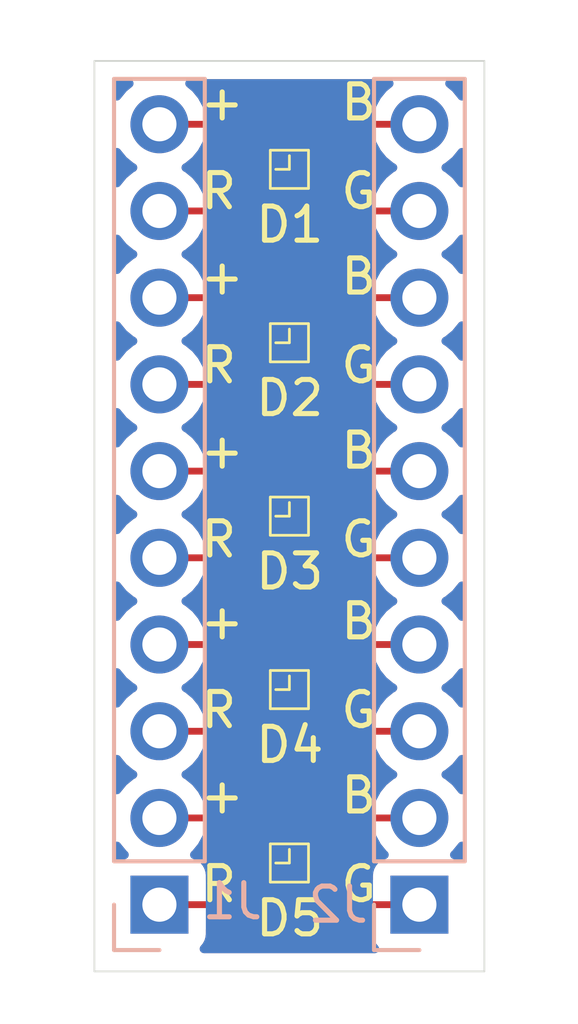
<source format=kicad_pcb>
(kicad_pcb (version 20171130) (host pcbnew "(5.1.2)-1")

  (general
    (thickness 1.6)
    (drawings 24)
    (tracks 40)
    (zones 0)
    (modules 7)
    (nets 21)
  )

  (page A4)
  (layers
    (0 F.Cu signal)
    (31 B.Cu signal)
    (32 B.Adhes user)
    (33 F.Adhes user)
    (34 B.Paste user)
    (35 F.Paste user)
    (36 B.SilkS user)
    (37 F.SilkS user)
    (38 B.Mask user)
    (39 F.Mask user)
    (40 Dwgs.User user)
    (41 Cmts.User user)
    (42 Eco1.User user)
    (43 Eco2.User user)
    (44 Edge.Cuts user)
    (45 Margin user)
    (46 B.CrtYd user)
    (47 F.CrtYd user)
    (48 B.Fab user)
    (49 F.Fab user)
  )

  (setup
    (last_trace_width 0.2)
    (user_trace_width 0.2)
    (trace_clearance 0.2)
    (zone_clearance 0.508)
    (zone_45_only no)
    (trace_min 0.2)
    (via_size 0.8)
    (via_drill 0.4)
    (via_min_size 0.4)
    (via_min_drill 0.3)
    (uvia_size 0.3)
    (uvia_drill 0.1)
    (uvias_allowed no)
    (uvia_min_size 0.2)
    (uvia_min_drill 0.1)
    (edge_width 0.05)
    (segment_width 0.2)
    (pcb_text_width 0.3)
    (pcb_text_size 1.5 1.5)
    (mod_edge_width 0.12)
    (mod_text_size 1 1)
    (mod_text_width 0.15)
    (pad_size 1.524 1.524)
    (pad_drill 0.762)
    (pad_to_mask_clearance 0.051)
    (solder_mask_min_width 0.25)
    (aux_axis_origin 0 0)
    (visible_elements FFFFFF7F)
    (pcbplotparams
      (layerselection 0x010fc_ffffffff)
      (usegerberextensions false)
      (usegerberattributes false)
      (usegerberadvancedattributes false)
      (creategerberjobfile false)
      (excludeedgelayer true)
      (linewidth 0.100000)
      (plotframeref false)
      (viasonmask false)
      (mode 1)
      (useauxorigin false)
      (hpglpennumber 1)
      (hpglpenspeed 20)
      (hpglpendiameter 15.000000)
      (psnegative false)
      (psa4output false)
      (plotreference true)
      (plotvalue true)
      (plotinvisibletext false)
      (padsonsilk false)
      (subtractmaskfromsilk false)
      (outputformat 1)
      (mirror false)
      (drillshape 1)
      (scaleselection 1)
      (outputdirectory ""))
  )

  (net 0 "")
  (net 1 "Net-(D1-Pad4)")
  (net 2 "Net-(D1-Pad3)")
  (net 3 "Net-(D1-Pad2)")
  (net 4 "Net-(D1-Pad1)")
  (net 5 "Net-(D2-Pad4)")
  (net 6 "Net-(D2-Pad3)")
  (net 7 "Net-(D2-Pad2)")
  (net 8 "Net-(D2-Pad1)")
  (net 9 "Net-(D3-Pad4)")
  (net 10 "Net-(D3-Pad3)")
  (net 11 "Net-(D3-Pad2)")
  (net 12 "Net-(D3-Pad1)")
  (net 13 "Net-(D4-Pad4)")
  (net 14 "Net-(D4-Pad3)")
  (net 15 "Net-(D4-Pad2)")
  (net 16 "Net-(D4-Pad1)")
  (net 17 "Net-(D5-Pad4)")
  (net 18 "Net-(D5-Pad3)")
  (net 19 "Net-(D5-Pad2)")
  (net 20 "Net-(D5-Pad1)")

  (net_class Default "This is the default net class."
    (clearance 0.2)
    (trace_width 0.25)
    (via_dia 0.8)
    (via_drill 0.4)
    (uvia_dia 0.3)
    (uvia_drill 0.1)
    (add_net "Net-(D1-Pad1)")
    (add_net "Net-(D1-Pad2)")
    (add_net "Net-(D1-Pad3)")
    (add_net "Net-(D1-Pad4)")
    (add_net "Net-(D2-Pad1)")
    (add_net "Net-(D2-Pad2)")
    (add_net "Net-(D2-Pad3)")
    (add_net "Net-(D2-Pad4)")
    (add_net "Net-(D3-Pad1)")
    (add_net "Net-(D3-Pad2)")
    (add_net "Net-(D3-Pad3)")
    (add_net "Net-(D3-Pad4)")
    (add_net "Net-(D4-Pad1)")
    (add_net "Net-(D4-Pad2)")
    (add_net "Net-(D4-Pad3)")
    (add_net "Net-(D4-Pad4)")
    (add_net "Net-(D5-Pad1)")
    (add_net "Net-(D5-Pad2)")
    (add_net "Net-(D5-Pad3)")
    (add_net "Net-(D5-Pad4)")
  )

  (module Connector_PinHeader_2.54mm:PinHeader_1x10_P2.54mm_Vertical (layer B.Cu) (tedit 59FED5CC) (tstamp 5D7441BB)
    (at 144.78 106.63)
    (descr "Through hole straight pin header, 1x10, 2.54mm pitch, single row")
    (tags "Through hole pin header THT 1x10 2.54mm single row")
    (path /5D74ACC4)
    (fp_text reference J2 (at -2.38 0) (layer B.SilkS)
      (effects (font (size 1 1) (thickness 0.15)) (justify mirror))
    )
    (fp_text value Conn_01x10 (at 0 -25.19) (layer B.Fab)
      (effects (font (size 1 1) (thickness 0.15)) (justify mirror))
    )
    (fp_text user %R (at 0 -11.43 -90) (layer B.Fab)
      (effects (font (size 1 1) (thickness 0.15)) (justify mirror))
    )
    (fp_line (start 1.8 1.8) (end -1.8 1.8) (layer B.CrtYd) (width 0.05))
    (fp_line (start 1.8 -24.65) (end 1.8 1.8) (layer B.CrtYd) (width 0.05))
    (fp_line (start -1.8 -24.65) (end 1.8 -24.65) (layer B.CrtYd) (width 0.05))
    (fp_line (start -1.8 1.8) (end -1.8 -24.65) (layer B.CrtYd) (width 0.05))
    (fp_line (start -1.33 1.33) (end 0 1.33) (layer B.SilkS) (width 0.12))
    (fp_line (start -1.33 0) (end -1.33 1.33) (layer B.SilkS) (width 0.12))
    (fp_line (start -1.33 -1.27) (end 1.33 -1.27) (layer B.SilkS) (width 0.12))
    (fp_line (start 1.33 -1.27) (end 1.33 -24.19) (layer B.SilkS) (width 0.12))
    (fp_line (start -1.33 -1.27) (end -1.33 -24.19) (layer B.SilkS) (width 0.12))
    (fp_line (start -1.33 -24.19) (end 1.33 -24.19) (layer B.SilkS) (width 0.12))
    (fp_line (start -1.27 0.635) (end -0.635 1.27) (layer B.Fab) (width 0.1))
    (fp_line (start -1.27 -24.13) (end -1.27 0.635) (layer B.Fab) (width 0.1))
    (fp_line (start 1.27 -24.13) (end -1.27 -24.13) (layer B.Fab) (width 0.1))
    (fp_line (start 1.27 1.27) (end 1.27 -24.13) (layer B.Fab) (width 0.1))
    (fp_line (start -0.635 1.27) (end 1.27 1.27) (layer B.Fab) (width 0.1))
    (pad 10 thru_hole oval (at 0 -22.86) (size 1.7 1.7) (drill 1) (layers *.Cu *.Mask)
      (net 4 "Net-(D1-Pad1)"))
    (pad 9 thru_hole oval (at 0 -20.32) (size 1.7 1.7) (drill 1) (layers *.Cu *.Mask)
      (net 3 "Net-(D1-Pad2)"))
    (pad 8 thru_hole oval (at 0 -17.78) (size 1.7 1.7) (drill 1) (layers *.Cu *.Mask)
      (net 8 "Net-(D2-Pad1)"))
    (pad 7 thru_hole oval (at 0 -15.24) (size 1.7 1.7) (drill 1) (layers *.Cu *.Mask)
      (net 7 "Net-(D2-Pad2)"))
    (pad 6 thru_hole oval (at 0 -12.7) (size 1.7 1.7) (drill 1) (layers *.Cu *.Mask)
      (net 12 "Net-(D3-Pad1)"))
    (pad 5 thru_hole oval (at 0 -10.16) (size 1.7 1.7) (drill 1) (layers *.Cu *.Mask)
      (net 11 "Net-(D3-Pad2)"))
    (pad 4 thru_hole oval (at 0 -7.62) (size 1.7 1.7) (drill 1) (layers *.Cu *.Mask)
      (net 16 "Net-(D4-Pad1)"))
    (pad 3 thru_hole oval (at 0 -5.08) (size 1.7 1.7) (drill 1) (layers *.Cu *.Mask)
      (net 15 "Net-(D4-Pad2)"))
    (pad 2 thru_hole oval (at 0 -2.54) (size 1.7 1.7) (drill 1) (layers *.Cu *.Mask)
      (net 20 "Net-(D5-Pad1)"))
    (pad 1 thru_hole rect (at 0 0) (size 1.7 1.7) (drill 1) (layers *.Cu *.Mask)
      (net 19 "Net-(D5-Pad2)"))
    (model ${KISYS3DMOD}/Connector_PinHeader_2.54mm.3dshapes/PinHeader_1x10_P2.54mm_Vertical.wrl
      (at (xyz 0 0 0))
      (scale (xyz 1 1 1))
      (rotate (xyz 0 0 0))
    )
  )

  (module Connector_PinHeader_2.54mm:PinHeader_1x10_P2.54mm_Vertical (layer B.Cu) (tedit 59FED5CC) (tstamp 5D74419D)
    (at 137.16 106.63)
    (descr "Through hole straight pin header, 1x10, 2.54mm pitch, single row")
    (tags "Through hole pin header THT 1x10 2.54mm single row")
    (path /5D742E5A)
    (fp_text reference J1 (at 2.14 -0.1) (layer B.SilkS)
      (effects (font (size 1 1) (thickness 0.15)) (justify mirror))
    )
    (fp_text value Conn_01x10 (at 0 -25.19) (layer B.Fab)
      (effects (font (size 1 1) (thickness 0.15)) (justify mirror))
    )
    (fp_text user %R (at 0 -11.43 -90) (layer B.Fab)
      (effects (font (size 1 1) (thickness 0.15)) (justify mirror))
    )
    (fp_line (start 1.8 1.8) (end -1.8 1.8) (layer B.CrtYd) (width 0.05))
    (fp_line (start 1.8 -24.65) (end 1.8 1.8) (layer B.CrtYd) (width 0.05))
    (fp_line (start -1.8 -24.65) (end 1.8 -24.65) (layer B.CrtYd) (width 0.05))
    (fp_line (start -1.8 1.8) (end -1.8 -24.65) (layer B.CrtYd) (width 0.05))
    (fp_line (start -1.33 1.33) (end 0 1.33) (layer B.SilkS) (width 0.12))
    (fp_line (start -1.33 0) (end -1.33 1.33) (layer B.SilkS) (width 0.12))
    (fp_line (start -1.33 -1.27) (end 1.33 -1.27) (layer B.SilkS) (width 0.12))
    (fp_line (start 1.33 -1.27) (end 1.33 -24.19) (layer B.SilkS) (width 0.12))
    (fp_line (start -1.33 -1.27) (end -1.33 -24.19) (layer B.SilkS) (width 0.12))
    (fp_line (start -1.33 -24.19) (end 1.33 -24.19) (layer B.SilkS) (width 0.12))
    (fp_line (start -1.27 0.635) (end -0.635 1.27) (layer B.Fab) (width 0.1))
    (fp_line (start -1.27 -24.13) (end -1.27 0.635) (layer B.Fab) (width 0.1))
    (fp_line (start 1.27 -24.13) (end -1.27 -24.13) (layer B.Fab) (width 0.1))
    (fp_line (start 1.27 1.27) (end 1.27 -24.13) (layer B.Fab) (width 0.1))
    (fp_line (start -0.635 1.27) (end 1.27 1.27) (layer B.Fab) (width 0.1))
    (pad 10 thru_hole oval (at 0 -22.86) (size 1.7 1.7) (drill 1) (layers *.Cu *.Mask)
      (net 1 "Net-(D1-Pad4)"))
    (pad 9 thru_hole oval (at 0 -20.32) (size 1.7 1.7) (drill 1) (layers *.Cu *.Mask)
      (net 2 "Net-(D1-Pad3)"))
    (pad 8 thru_hole oval (at 0 -17.78) (size 1.7 1.7) (drill 1) (layers *.Cu *.Mask)
      (net 5 "Net-(D2-Pad4)"))
    (pad 7 thru_hole oval (at 0 -15.24) (size 1.7 1.7) (drill 1) (layers *.Cu *.Mask)
      (net 6 "Net-(D2-Pad3)"))
    (pad 6 thru_hole oval (at 0 -12.7) (size 1.7 1.7) (drill 1) (layers *.Cu *.Mask)
      (net 9 "Net-(D3-Pad4)"))
    (pad 5 thru_hole oval (at 0 -10.16) (size 1.7 1.7) (drill 1) (layers *.Cu *.Mask)
      (net 10 "Net-(D3-Pad3)"))
    (pad 4 thru_hole oval (at 0 -7.62) (size 1.7 1.7) (drill 1) (layers *.Cu *.Mask)
      (net 13 "Net-(D4-Pad4)"))
    (pad 3 thru_hole oval (at 0 -5.08) (size 1.7 1.7) (drill 1) (layers *.Cu *.Mask)
      (net 14 "Net-(D4-Pad3)"))
    (pad 2 thru_hole oval (at 0 -2.54) (size 1.7 1.7) (drill 1) (layers *.Cu *.Mask)
      (net 17 "Net-(D5-Pad4)"))
    (pad 1 thru_hole rect (at 0 0) (size 1.7 1.7) (drill 1) (layers *.Cu *.Mask)
      (net 18 "Net-(D5-Pad3)"))
    (model ${KISYS3DMOD}/Connector_PinHeader_2.54mm.3dshapes/PinHeader_1x10_P2.54mm_Vertical.wrl
      (at (xyz 0 0 0))
      (scale (xyz 1 1 1))
      (rotate (xyz 0 0 0))
    )
  )

  (module LED_SMD:LED_Cree-UHD1110-FKA_1x1mm (layer F.Cu) (tedit 5D73E567) (tstamp 5D74417F)
    (at 140.97 105.41)
    (path /5D753E2C)
    (attr smd)
    (fp_text reference D5 (at 0.01 1.62) (layer F.SilkS)
      (effects (font (size 1 1) (thickness 0.15)))
    )
    (fp_text value LED_BGRA (at 0 -1.53) (layer F.Fab)
      (effects (font (size 1 1) (thickness 0.15)))
    )
    (fp_line (start 0 0) (end 0 -0.4) (layer F.SilkS) (width 0.08))
    (fp_line (start -0.4 0) (end 0 0) (layer F.SilkS) (width 0.08))
    (fp_line (start 0.56 -0.56) (end -0.56 -0.56) (layer F.SilkS) (width 0.08))
    (fp_line (start 0.56 0.56) (end 0.56 -0.56) (layer F.SilkS) (width 0.08))
    (fp_line (start -0.56 0.56) (end 0.56 0.56) (layer F.SilkS) (width 0.08))
    (fp_line (start -0.56 -0.56) (end -0.56 0.56) (layer F.SilkS) (width 0.08))
    (pad 4 smd rect (at -0.3 -0.3) (size 0.4 0.4) (layers F.Cu F.Paste F.Mask)
      (net 17 "Net-(D5-Pad4)") (zone_connect 0))
    (pad 3 smd rect (at -0.3 0.3) (size 0.4 0.4) (layers F.Cu F.Paste F.Mask)
      (net 18 "Net-(D5-Pad3)") (zone_connect 0))
    (pad 2 smd rect (at 0.3 0.3) (size 0.4 0.4) (layers F.Cu F.Paste F.Mask)
      (net 19 "Net-(D5-Pad2)") (zone_connect 0))
    (pad 1 smd rect (at 0.3 -0.3) (size 0.4 0.4) (layers F.Cu F.Paste F.Mask)
      (net 20 "Net-(D5-Pad1)") (zone_connect 0))
  )

  (module LED_SMD:LED_Cree-UHD1110-FKA_1x1mm (layer F.Cu) (tedit 5D73E567) (tstamp 5D744171)
    (at 140.97 100.33)
    (path /5D7532DC)
    (attr smd)
    (fp_text reference D4 (at 0.01 1.62) (layer F.SilkS)
      (effects (font (size 1 1) (thickness 0.15)))
    )
    (fp_text value LED_BGRA (at 0 -1.53) (layer F.Fab)
      (effects (font (size 1 1) (thickness 0.15)))
    )
    (fp_line (start 0 0) (end 0 -0.4) (layer F.SilkS) (width 0.08))
    (fp_line (start -0.4 0) (end 0 0) (layer F.SilkS) (width 0.08))
    (fp_line (start 0.56 -0.56) (end -0.56 -0.56) (layer F.SilkS) (width 0.08))
    (fp_line (start 0.56 0.56) (end 0.56 -0.56) (layer F.SilkS) (width 0.08))
    (fp_line (start -0.56 0.56) (end 0.56 0.56) (layer F.SilkS) (width 0.08))
    (fp_line (start -0.56 -0.56) (end -0.56 0.56) (layer F.SilkS) (width 0.08))
    (pad 4 smd rect (at -0.3 -0.3) (size 0.4 0.4) (layers F.Cu F.Paste F.Mask)
      (net 13 "Net-(D4-Pad4)") (zone_connect 0))
    (pad 3 smd rect (at -0.3 0.3) (size 0.4 0.4) (layers F.Cu F.Paste F.Mask)
      (net 14 "Net-(D4-Pad3)") (zone_connect 0))
    (pad 2 smd rect (at 0.3 0.3) (size 0.4 0.4) (layers F.Cu F.Paste F.Mask)
      (net 15 "Net-(D4-Pad2)") (zone_connect 0))
    (pad 1 smd rect (at 0.3 -0.3) (size 0.4 0.4) (layers F.Cu F.Paste F.Mask)
      (net 16 "Net-(D4-Pad1)") (zone_connect 0))
  )

  (module LED_SMD:LED_Cree-UHD1110-FKA_1x1mm (layer F.Cu) (tedit 5D73E567) (tstamp 5D744163)
    (at 140.97 95.25)
    (path /5D7527AC)
    (attr smd)
    (fp_text reference D3 (at 0.01 1.62) (layer F.SilkS)
      (effects (font (size 1 1) (thickness 0.15)))
    )
    (fp_text value LED_BGRA (at 0 -1.53) (layer F.Fab)
      (effects (font (size 1 1) (thickness 0.15)))
    )
    (fp_line (start 0 0) (end 0 -0.4) (layer F.SilkS) (width 0.08))
    (fp_line (start -0.4 0) (end 0 0) (layer F.SilkS) (width 0.08))
    (fp_line (start 0.56 -0.56) (end -0.56 -0.56) (layer F.SilkS) (width 0.08))
    (fp_line (start 0.56 0.56) (end 0.56 -0.56) (layer F.SilkS) (width 0.08))
    (fp_line (start -0.56 0.56) (end 0.56 0.56) (layer F.SilkS) (width 0.08))
    (fp_line (start -0.56 -0.56) (end -0.56 0.56) (layer F.SilkS) (width 0.08))
    (pad 4 smd rect (at -0.3 -0.3) (size 0.4 0.4) (layers F.Cu F.Paste F.Mask)
      (net 9 "Net-(D3-Pad4)") (zone_connect 0))
    (pad 3 smd rect (at -0.3 0.3) (size 0.4 0.4) (layers F.Cu F.Paste F.Mask)
      (net 10 "Net-(D3-Pad3)") (zone_connect 0))
    (pad 2 smd rect (at 0.3 0.3) (size 0.4 0.4) (layers F.Cu F.Paste F.Mask)
      (net 11 "Net-(D3-Pad2)") (zone_connect 0))
    (pad 1 smd rect (at 0.3 -0.3) (size 0.4 0.4) (layers F.Cu F.Paste F.Mask)
      (net 12 "Net-(D3-Pad1)") (zone_connect 0))
  )

  (module LED_SMD:LED_Cree-UHD1110-FKA_1x1mm (layer F.Cu) (tedit 5D73E567) (tstamp 5D744155)
    (at 140.97 90.17)
    (path /5D751D27)
    (attr smd)
    (fp_text reference D2 (at 0.01 1.62) (layer F.SilkS)
      (effects (font (size 1 1) (thickness 0.15)))
    )
    (fp_text value LED_BGRA (at 0 -1.53) (layer F.Fab)
      (effects (font (size 1 1) (thickness 0.15)))
    )
    (fp_line (start 0 0) (end 0 -0.4) (layer F.SilkS) (width 0.08))
    (fp_line (start -0.4 0) (end 0 0) (layer F.SilkS) (width 0.08))
    (fp_line (start 0.56 -0.56) (end -0.56 -0.56) (layer F.SilkS) (width 0.08))
    (fp_line (start 0.56 0.56) (end 0.56 -0.56) (layer F.SilkS) (width 0.08))
    (fp_line (start -0.56 0.56) (end 0.56 0.56) (layer F.SilkS) (width 0.08))
    (fp_line (start -0.56 -0.56) (end -0.56 0.56) (layer F.SilkS) (width 0.08))
    (pad 4 smd rect (at -0.3 -0.3) (size 0.4 0.4) (layers F.Cu F.Paste F.Mask)
      (net 5 "Net-(D2-Pad4)") (zone_connect 0))
    (pad 3 smd rect (at -0.3 0.3) (size 0.4 0.4) (layers F.Cu F.Paste F.Mask)
      (net 6 "Net-(D2-Pad3)") (zone_connect 0))
    (pad 2 smd rect (at 0.3 0.3) (size 0.4 0.4) (layers F.Cu F.Paste F.Mask)
      (net 7 "Net-(D2-Pad2)") (zone_connect 0))
    (pad 1 smd rect (at 0.3 -0.3) (size 0.4 0.4) (layers F.Cu F.Paste F.Mask)
      (net 8 "Net-(D2-Pad1)") (zone_connect 0))
  )

  (module LED_SMD:LED_Cree-UHD1110-FKA_1x1mm (layer F.Cu) (tedit 5D73E567) (tstamp 5D744147)
    (at 140.97 85.09)
    (path /5D74BA63)
    (attr smd)
    (fp_text reference D1 (at 0.01 1.62) (layer F.SilkS)
      (effects (font (size 1 1) (thickness 0.15)))
    )
    (fp_text value LED_BGRA (at 0 -1.53) (layer F.Fab)
      (effects (font (size 1 1) (thickness 0.15)))
    )
    (fp_line (start 0 0) (end 0 -0.4) (layer F.SilkS) (width 0.08))
    (fp_line (start -0.4 0) (end 0 0) (layer F.SilkS) (width 0.08))
    (fp_line (start 0.56 -0.56) (end -0.56 -0.56) (layer F.SilkS) (width 0.08))
    (fp_line (start 0.56 0.56) (end 0.56 -0.56) (layer F.SilkS) (width 0.08))
    (fp_line (start -0.56 0.56) (end 0.56 0.56) (layer F.SilkS) (width 0.08))
    (fp_line (start -0.56 -0.56) (end -0.56 0.56) (layer F.SilkS) (width 0.08))
    (pad 4 smd rect (at -0.3 -0.3) (size 0.4 0.4) (layers F.Cu F.Paste F.Mask)
      (net 1 "Net-(D1-Pad4)") (zone_connect 0))
    (pad 3 smd rect (at -0.3 0.3) (size 0.4 0.4) (layers F.Cu F.Paste F.Mask)
      (net 2 "Net-(D1-Pad3)") (zone_connect 0))
    (pad 2 smd rect (at 0.3 0.3) (size 0.4 0.4) (layers F.Cu F.Paste F.Mask)
      (net 3 "Net-(D1-Pad2)") (zone_connect 0))
    (pad 1 smd rect (at 0.3 -0.3) (size 0.4 0.4) (layers F.Cu F.Paste F.Mask)
      (net 4 "Net-(D1-Pad1)") (zone_connect 0))
  )

  (gr_text R (at 138.9 106.03) (layer F.SilkS) (tstamp 5D744D11)
    (effects (font (size 1 1) (thickness 0.15)))
  )
  (gr_text + (at 139 103.43) (layer F.SilkS) (tstamp 5D744D10)
    (effects (font (size 1 1) (thickness 0.15)))
  )
  (gr_text G (at 143 106.03) (layer F.SilkS) (tstamp 5D744D0F)
    (effects (font (size 1 1) (thickness 0.15)))
  )
  (gr_text B (at 143 103.43) (layer F.SilkS) (tstamp 5D744D0E)
    (effects (font (size 1 1) (thickness 0.15)))
  )
  (gr_text R (at 138.9 100.93) (layer F.SilkS) (tstamp 5D744D11)
    (effects (font (size 1 1) (thickness 0.15)))
  )
  (gr_text + (at 139 98.33) (layer F.SilkS) (tstamp 5D744D10)
    (effects (font (size 1 1) (thickness 0.15)))
  )
  (gr_text G (at 143 100.93) (layer F.SilkS) (tstamp 5D744D0F)
    (effects (font (size 1 1) (thickness 0.15)))
  )
  (gr_text B (at 143 98.33) (layer F.SilkS) (tstamp 5D744D0E)
    (effects (font (size 1 1) (thickness 0.15)))
  )
  (gr_text R (at 138.9 95.93) (layer F.SilkS) (tstamp 5D744D11)
    (effects (font (size 1 1) (thickness 0.15)))
  )
  (gr_text + (at 139 93.33) (layer F.SilkS) (tstamp 5D744D10)
    (effects (font (size 1 1) (thickness 0.15)))
  )
  (gr_text G (at 143 95.93) (layer F.SilkS) (tstamp 5D744D0F)
    (effects (font (size 1 1) (thickness 0.15)))
  )
  (gr_text B (at 143 93.33) (layer F.SilkS) (tstamp 5D744D0E)
    (effects (font (size 1 1) (thickness 0.15)))
  )
  (gr_text R (at 138.9 90.83) (layer F.SilkS) (tstamp 5D744D11)
    (effects (font (size 1 1) (thickness 0.15)))
  )
  (gr_text + (at 139 88.23) (layer F.SilkS) (tstamp 5D744D10)
    (effects (font (size 1 1) (thickness 0.15)))
  )
  (gr_text G (at 143 90.83) (layer F.SilkS) (tstamp 5D744D0F)
    (effects (font (size 1 1) (thickness 0.15)))
  )
  (gr_text B (at 143 88.23) (layer F.SilkS) (tstamp 5D744D0E)
    (effects (font (size 1 1) (thickness 0.15)))
  )
  (gr_text R (at 138.9 85.73) (layer F.SilkS)
    (effects (font (size 1 1) (thickness 0.15)))
  )
  (gr_text G (at 143 85.73) (layer F.SilkS)
    (effects (font (size 1 1) (thickness 0.15)))
  )
  (gr_text B (at 143 83.13) (layer F.SilkS)
    (effects (font (size 1 1) (thickness 0.15)))
  )
  (gr_text + (at 139 83.13) (layer F.SilkS)
    (effects (font (size 1 1) (thickness 0.15)))
  )
  (gr_line (start 146.685 81.915) (end 135.255 81.915) (layer Edge.Cuts) (width 0.05) (tstamp 5D744A94))
  (gr_line (start 146.685 108.585) (end 146.685 81.915) (layer Edge.Cuts) (width 0.05))
  (gr_line (start 135.255 108.585) (end 146.685 108.585) (layer Edge.Cuts) (width 0.05))
  (gr_line (start 135.255 81.915) (end 135.255 108.585) (layer Edge.Cuts) (width 0.05))

  (segment (start 139.65 83.77) (end 140.67 84.79) (width 0.2) (layer F.Cu) (net 1))
  (segment (start 137.16 83.77) (end 139.65 83.77) (width 0.2) (layer F.Cu) (net 1))
  (segment (start 139.75 86.31) (end 140.67 85.39) (width 0.2) (layer F.Cu) (net 2))
  (segment (start 137.16 86.31) (end 139.75 86.31) (width 0.2) (layer F.Cu) (net 2))
  (segment (start 142.19 86.31) (end 141.27 85.39) (width 0.2) (layer F.Cu) (net 3))
  (segment (start 144.78 86.31) (end 142.19 86.31) (width 0.2) (layer F.Cu) (net 3))
  (segment (start 142.29 83.77) (end 141.27 84.79) (width 0.2) (layer F.Cu) (net 4))
  (segment (start 144.78 83.77) (end 142.29 83.77) (width 0.2) (layer F.Cu) (net 4))
  (segment (start 139.65 88.85) (end 140.67 89.87) (width 0.2) (layer F.Cu) (net 5))
  (segment (start 137.16 88.85) (end 139.65 88.85) (width 0.2) (layer F.Cu) (net 5))
  (segment (start 139.75 91.39) (end 140.67 90.47) (width 0.2) (layer F.Cu) (net 6))
  (segment (start 137.16 91.39) (end 139.75 91.39) (width 0.2) (layer F.Cu) (net 6))
  (segment (start 142.19 91.39) (end 141.27 90.47) (width 0.2) (layer F.Cu) (net 7))
  (segment (start 144.78 91.39) (end 142.19 91.39) (width 0.2) (layer F.Cu) (net 7))
  (segment (start 142.29 88.85) (end 141.27 89.87) (width 0.2) (layer F.Cu) (net 8))
  (segment (start 144.78 88.85) (end 142.29 88.85) (width 0.2) (layer F.Cu) (net 8))
  (segment (start 139.65 93.93) (end 140.67 94.95) (width 0.2) (layer F.Cu) (net 9))
  (segment (start 137.16 93.93) (end 139.65 93.93) (width 0.2) (layer F.Cu) (net 9))
  (segment (start 139.75 96.47) (end 140.67 95.55) (width 0.2) (layer F.Cu) (net 10))
  (segment (start 137.16 96.47) (end 139.75 96.47) (width 0.2) (layer F.Cu) (net 10))
  (segment (start 142.19 96.47) (end 141.27 95.55) (width 0.2) (layer F.Cu) (net 11))
  (segment (start 144.78 96.47) (end 142.19 96.47) (width 0.2) (layer F.Cu) (net 11))
  (segment (start 142.29 93.93) (end 141.27 94.95) (width 0.2) (layer F.Cu) (net 12))
  (segment (start 144.78 93.93) (end 142.29 93.93) (width 0.2) (layer F.Cu) (net 12))
  (segment (start 139.65 99.01) (end 140.67 100.03) (width 0.2) (layer F.Cu) (net 13))
  (segment (start 137.16 99.01) (end 139.65 99.01) (width 0.2) (layer F.Cu) (net 13))
  (segment (start 139.75 101.55) (end 140.67 100.63) (width 0.2) (layer F.Cu) (net 14))
  (segment (start 137.16 101.55) (end 139.75 101.55) (width 0.2) (layer F.Cu) (net 14))
  (segment (start 142.19 101.55) (end 141.27 100.63) (width 0.2) (layer F.Cu) (net 15))
  (segment (start 144.78 101.55) (end 142.19 101.55) (width 0.2) (layer F.Cu) (net 15))
  (segment (start 142.29 99.01) (end 141.27 100.03) (width 0.2) (layer F.Cu) (net 16))
  (segment (start 144.78 99.01) (end 142.29 99.01) (width 0.2) (layer F.Cu) (net 16))
  (segment (start 139.65 104.09) (end 140.67 105.11) (width 0.2) (layer F.Cu) (net 17))
  (segment (start 137.16 104.09) (end 139.65 104.09) (width 0.2) (layer F.Cu) (net 17))
  (segment (start 139.75 106.63) (end 140.67 105.71) (width 0.2) (layer F.Cu) (net 18))
  (segment (start 137.16 106.63) (end 139.75 106.63) (width 0.2) (layer F.Cu) (net 18))
  (segment (start 142.19 106.63) (end 141.27 105.71) (width 0.2) (layer F.Cu) (net 19))
  (segment (start 144.78 106.63) (end 142.19 106.63) (width 0.2) (layer F.Cu) (net 19))
  (segment (start 142.29 104.09) (end 141.27 105.11) (width 0.2) (layer F.Cu) (net 20))
  (segment (start 144.78 104.09) (end 142.29 104.09) (width 0.2) (layer F.Cu) (net 20))

  (zone (net 0) (net_name "") (layer F.Cu) (tstamp 0) (hatch edge 0.508)
    (connect_pads (clearance 0.508))
    (min_thickness 0.254)
    (fill yes (arc_segments 32) (thermal_gap 0.508) (thermal_bridge_width 0.508))
    (polygon
      (pts
        (xy 133.1 80.13) (xy 133.3 108.83) (xy 147.1 108.73) (xy 147.2 80.23)
      )
    )
    (filled_polygon
      (pts
        (xy 141.068476 106.547922) (xy 141.644746 107.124193) (xy 141.667762 107.152238) (xy 141.77968 107.244087) (xy 141.907367 107.312337)
        (xy 142.045915 107.354365) (xy 142.153895 107.365) (xy 142.153904 107.365) (xy 142.189999 107.368555) (xy 142.226094 107.365)
        (xy 143.291928 107.365) (xy 143.291928 107.48) (xy 143.304188 107.604482) (xy 143.340498 107.72418) (xy 143.399463 107.834494)
        (xy 143.473739 107.925) (xy 138.466261 107.925) (xy 138.540537 107.834494) (xy 138.599502 107.72418) (xy 138.635812 107.604482)
        (xy 138.648072 107.48) (xy 138.648072 107.365) (xy 139.713895 107.365) (xy 139.75 107.368556) (xy 139.786105 107.365)
        (xy 139.894085 107.354365) (xy 140.032633 107.312337) (xy 140.16032 107.244087) (xy 140.272238 107.152238) (xy 140.295258 107.124188)
        (xy 140.871525 106.547922) (xy 140.97 106.538223)
      )
    )
    (filled_polygon
      (pts
        (xy 143.539294 104.919014) (xy 143.724866 105.145134) (xy 143.754687 105.169607) (xy 143.68582 105.190498) (xy 143.575506 105.249463)
        (xy 143.478815 105.328815) (xy 143.399463 105.425506) (xy 143.340498 105.53582) (xy 143.304188 105.655518) (xy 143.291928 105.78)
        (xy 143.291928 105.895) (xy 142.494447 105.895) (xy 142.107922 105.508476) (xy 142.098223 105.41) (xy 142.107922 105.311524)
        (xy 142.594447 104.825) (xy 143.489043 104.825)
      )
    )
    (filled_polygon
      (pts
        (xy 139.832078 105.311525) (xy 139.841777 105.41) (xy 139.832078 105.508475) (xy 139.445554 105.895) (xy 138.648072 105.895)
        (xy 138.648072 105.78) (xy 138.635812 105.655518) (xy 138.599502 105.53582) (xy 138.540537 105.425506) (xy 138.461185 105.328815)
        (xy 138.364494 105.249463) (xy 138.25418 105.190498) (xy 138.185313 105.169607) (xy 138.215134 105.145134) (xy 138.400706 104.919014)
        (xy 138.450957 104.825) (xy 139.345554 104.825)
      )
    )
    (filled_polygon
      (pts
        (xy 135.919294 104.919014) (xy 136.104866 105.145134) (xy 136.134687 105.169607) (xy 136.06582 105.190498) (xy 135.955506 105.249463)
        (xy 135.915 105.282705) (xy 135.915 104.91098)
      )
    )
    (filled_polygon
      (pts
        (xy 146.025 105.282705) (xy 145.984494 105.249463) (xy 145.87418 105.190498) (xy 145.805313 105.169607) (xy 145.835134 105.145134)
        (xy 146.020706 104.919014) (xy 146.025 104.91098)
      )
    )
    (filled_polygon
      (pts
        (xy 141.068476 101.467922) (xy 141.644746 102.044193) (xy 141.667762 102.072238) (xy 141.77968 102.164087) (xy 141.907367 102.232337)
        (xy 142.045915 102.274365) (xy 142.153895 102.285) (xy 142.153904 102.285) (xy 142.189999 102.288555) (xy 142.226094 102.285)
        (xy 143.489043 102.285) (xy 143.539294 102.379014) (xy 143.724866 102.605134) (xy 143.950986 102.790706) (xy 144.005791 102.82)
        (xy 143.950986 102.849294) (xy 143.724866 103.034866) (xy 143.539294 103.260986) (xy 143.489043 103.355) (xy 142.326105 103.355)
        (xy 142.29 103.351444) (xy 142.253895 103.355) (xy 142.145915 103.365635) (xy 142.007367 103.407663) (xy 141.87968 103.475913)
        (xy 141.767762 103.567762) (xy 141.744746 103.595807) (xy 141.068476 104.272078) (xy 140.97 104.281777) (xy 140.871525 104.272078)
        (xy 140.195258 103.595812) (xy 140.172238 103.567762) (xy 140.06032 103.475913) (xy 139.932633 103.407663) (xy 139.794085 103.365635)
        (xy 139.686105 103.355) (xy 139.65 103.351444) (xy 139.613895 103.355) (xy 138.450957 103.355) (xy 138.400706 103.260986)
        (xy 138.215134 103.034866) (xy 137.989014 102.849294) (xy 137.934209 102.82) (xy 137.989014 102.790706) (xy 138.215134 102.605134)
        (xy 138.400706 102.379014) (xy 138.450957 102.285) (xy 139.713895 102.285) (xy 139.75 102.288556) (xy 139.786105 102.285)
        (xy 139.894085 102.274365) (xy 140.032633 102.232337) (xy 140.16032 102.164087) (xy 140.272238 102.072238) (xy 140.295258 102.044188)
        (xy 140.871525 101.467922) (xy 140.97 101.458223)
      )
    )
    (filled_polygon
      (pts
        (xy 135.919294 102.379014) (xy 136.104866 102.605134) (xy 136.330986 102.790706) (xy 136.385791 102.82) (xy 136.330986 102.849294)
        (xy 136.104866 103.034866) (xy 135.919294 103.260986) (xy 135.915 103.26902) (xy 135.915 102.37098)
      )
    )
    (filled_polygon
      (pts
        (xy 146.025 103.26902) (xy 146.020706 103.260986) (xy 145.835134 103.034866) (xy 145.609014 102.849294) (xy 145.554209 102.82)
        (xy 145.609014 102.790706) (xy 145.835134 102.605134) (xy 146.020706 102.379014) (xy 146.025 102.37098)
      )
    )
    (filled_polygon
      (pts
        (xy 139.832078 100.231525) (xy 139.841777 100.33) (xy 139.832078 100.428475) (xy 139.445554 100.815) (xy 138.450957 100.815)
        (xy 138.400706 100.720986) (xy 138.215134 100.494866) (xy 137.989014 100.309294) (xy 137.934209 100.28) (xy 137.989014 100.250706)
        (xy 138.215134 100.065134) (xy 138.400706 99.839014) (xy 138.450957 99.745) (xy 139.345554 99.745)
      )
    )
    (filled_polygon
      (pts
        (xy 143.539294 99.839014) (xy 143.724866 100.065134) (xy 143.950986 100.250706) (xy 144.005791 100.28) (xy 143.950986 100.309294)
        (xy 143.724866 100.494866) (xy 143.539294 100.720986) (xy 143.489043 100.815) (xy 142.494447 100.815) (xy 142.107922 100.428476)
        (xy 142.098223 100.33) (xy 142.107922 100.231524) (xy 142.594447 99.745) (xy 143.489043 99.745)
      )
    )
    (filled_polygon
      (pts
        (xy 135.919294 99.839014) (xy 136.104866 100.065134) (xy 136.330986 100.250706) (xy 136.385791 100.28) (xy 136.330986 100.309294)
        (xy 136.104866 100.494866) (xy 135.919294 100.720986) (xy 135.915 100.72902) (xy 135.915 99.83098)
      )
    )
    (filled_polygon
      (pts
        (xy 146.025 100.72902) (xy 146.020706 100.720986) (xy 145.835134 100.494866) (xy 145.609014 100.309294) (xy 145.554209 100.28)
        (xy 145.609014 100.250706) (xy 145.835134 100.065134) (xy 146.020706 99.839014) (xy 146.025 99.83098)
      )
    )
    (filled_polygon
      (pts
        (xy 141.068476 96.387922) (xy 141.644746 96.964193) (xy 141.667762 96.992238) (xy 141.77968 97.084087) (xy 141.907367 97.152337)
        (xy 142.045915 97.194365) (xy 142.153895 97.205) (xy 142.153904 97.205) (xy 142.189999 97.208555) (xy 142.226094 97.205)
        (xy 143.489043 97.205) (xy 143.539294 97.299014) (xy 143.724866 97.525134) (xy 143.950986 97.710706) (xy 144.005791 97.74)
        (xy 143.950986 97.769294) (xy 143.724866 97.954866) (xy 143.539294 98.180986) (xy 143.489043 98.275) (xy 142.326105 98.275)
        (xy 142.29 98.271444) (xy 142.253895 98.275) (xy 142.145915 98.285635) (xy 142.007367 98.327663) (xy 141.87968 98.395913)
        (xy 141.767762 98.487762) (xy 141.744746 98.515807) (xy 141.068476 99.192078) (xy 140.97 99.201777) (xy 140.871525 99.192078)
        (xy 140.195258 98.515812) (xy 140.172238 98.487762) (xy 140.06032 98.395913) (xy 139.932633 98.327663) (xy 139.794085 98.285635)
        (xy 139.686105 98.275) (xy 139.65 98.271444) (xy 139.613895 98.275) (xy 138.450957 98.275) (xy 138.400706 98.180986)
        (xy 138.215134 97.954866) (xy 137.989014 97.769294) (xy 137.934209 97.74) (xy 137.989014 97.710706) (xy 138.215134 97.525134)
        (xy 138.400706 97.299014) (xy 138.450957 97.205) (xy 139.713895 97.205) (xy 139.75 97.208556) (xy 139.786105 97.205)
        (xy 139.894085 97.194365) (xy 140.032633 97.152337) (xy 140.16032 97.084087) (xy 140.272238 96.992238) (xy 140.295258 96.964188)
        (xy 140.871525 96.387922) (xy 140.97 96.378223)
      )
    )
    (filled_polygon
      (pts
        (xy 135.919294 97.299014) (xy 136.104866 97.525134) (xy 136.330986 97.710706) (xy 136.385791 97.74) (xy 136.330986 97.769294)
        (xy 136.104866 97.954866) (xy 135.919294 98.180986) (xy 135.915 98.18902) (xy 135.915 97.29098)
      )
    )
    (filled_polygon
      (pts
        (xy 146.025 98.18902) (xy 146.020706 98.180986) (xy 145.835134 97.954866) (xy 145.609014 97.769294) (xy 145.554209 97.74)
        (xy 145.609014 97.710706) (xy 145.835134 97.525134) (xy 146.020706 97.299014) (xy 146.025 97.29098)
      )
    )
    (filled_polygon
      (pts
        (xy 139.832078 95.151525) (xy 139.841777 95.25) (xy 139.832078 95.348475) (xy 139.445554 95.735) (xy 138.450957 95.735)
        (xy 138.400706 95.640986) (xy 138.215134 95.414866) (xy 137.989014 95.229294) (xy 137.934209 95.2) (xy 137.989014 95.170706)
        (xy 138.215134 94.985134) (xy 138.400706 94.759014) (xy 138.450957 94.665) (xy 139.345554 94.665)
      )
    )
    (filled_polygon
      (pts
        (xy 143.539294 94.759014) (xy 143.724866 94.985134) (xy 143.950986 95.170706) (xy 144.005791 95.2) (xy 143.950986 95.229294)
        (xy 143.724866 95.414866) (xy 143.539294 95.640986) (xy 143.489043 95.735) (xy 142.494447 95.735) (xy 142.107922 95.348476)
        (xy 142.098223 95.25) (xy 142.107922 95.151524) (xy 142.594447 94.665) (xy 143.489043 94.665)
      )
    )
    (filled_polygon
      (pts
        (xy 146.025 95.64902) (xy 146.020706 95.640986) (xy 145.835134 95.414866) (xy 145.609014 95.229294) (xy 145.554209 95.2)
        (xy 145.609014 95.170706) (xy 145.835134 94.985134) (xy 146.020706 94.759014) (xy 146.025001 94.75098)
      )
    )
    (filled_polygon
      (pts
        (xy 135.919294 94.759014) (xy 136.104866 94.985134) (xy 136.330986 95.170706) (xy 136.385791 95.2) (xy 136.330986 95.229294)
        (xy 136.104866 95.414866) (xy 135.919294 95.640986) (xy 135.915 95.64902) (xy 135.915 94.75098)
      )
    )
    (filled_polygon
      (pts
        (xy 141.068476 91.307922) (xy 141.644746 91.884193) (xy 141.667762 91.912238) (xy 141.77968 92.004087) (xy 141.907367 92.072337)
        (xy 142.045915 92.114365) (xy 142.153895 92.125) (xy 142.153904 92.125) (xy 142.189999 92.128555) (xy 142.226094 92.125)
        (xy 143.489043 92.125) (xy 143.539294 92.219014) (xy 143.724866 92.445134) (xy 143.950986 92.630706) (xy 144.005791 92.66)
        (xy 143.950986 92.689294) (xy 143.724866 92.874866) (xy 143.539294 93.100986) (xy 143.489043 93.195) (xy 142.326105 93.195)
        (xy 142.29 93.191444) (xy 142.253895 93.195) (xy 142.145915 93.205635) (xy 142.007367 93.247663) (xy 141.87968 93.315913)
        (xy 141.767762 93.407762) (xy 141.744746 93.435807) (xy 141.068476 94.112078) (xy 140.97 94.121777) (xy 140.871525 94.112078)
        (xy 140.195258 93.435812) (xy 140.172238 93.407762) (xy 140.06032 93.315913) (xy 139.932633 93.247663) (xy 139.794085 93.205635)
        (xy 139.686105 93.195) (xy 139.65 93.191444) (xy 139.613895 93.195) (xy 138.450957 93.195) (xy 138.400706 93.100986)
        (xy 138.215134 92.874866) (xy 137.989014 92.689294) (xy 137.934209 92.66) (xy 137.989014 92.630706) (xy 138.215134 92.445134)
        (xy 138.400706 92.219014) (xy 138.450957 92.125) (xy 139.713895 92.125) (xy 139.75 92.128556) (xy 139.786105 92.125)
        (xy 139.894085 92.114365) (xy 140.032633 92.072337) (xy 140.16032 92.004087) (xy 140.272238 91.912238) (xy 140.295258 91.884188)
        (xy 140.871525 91.307922) (xy 140.97 91.298223)
      )
    )
    (filled_polygon
      (pts
        (xy 146.025001 93.109021) (xy 146.020706 93.100986) (xy 145.835134 92.874866) (xy 145.609014 92.689294) (xy 145.554209 92.66)
        (xy 145.609014 92.630706) (xy 145.835134 92.445134) (xy 146.020706 92.219014) (xy 146.025001 92.210979)
      )
    )
    (filled_polygon
      (pts
        (xy 135.919294 92.219014) (xy 136.104866 92.445134) (xy 136.330986 92.630706) (xy 136.385791 92.66) (xy 136.330986 92.689294)
        (xy 136.104866 92.874866) (xy 135.919294 93.100986) (xy 135.915 93.10902) (xy 135.915 92.21098)
      )
    )
    (filled_polygon
      (pts
        (xy 143.539294 89.679014) (xy 143.724866 89.905134) (xy 143.950986 90.090706) (xy 144.005791 90.12) (xy 143.950986 90.149294)
        (xy 143.724866 90.334866) (xy 143.539294 90.560986) (xy 143.489043 90.655) (xy 142.494447 90.655) (xy 142.107922 90.268476)
        (xy 142.098223 90.17) (xy 142.107922 90.071524) (xy 142.594447 89.585) (xy 143.489043 89.585)
      )
    )
    (filled_polygon
      (pts
        (xy 139.832078 90.071525) (xy 139.841777 90.17) (xy 139.832078 90.268475) (xy 139.445554 90.655) (xy 138.450957 90.655)
        (xy 138.400706 90.560986) (xy 138.215134 90.334866) (xy 137.989014 90.149294) (xy 137.934209 90.12) (xy 137.989014 90.090706)
        (xy 138.215134 89.905134) (xy 138.400706 89.679014) (xy 138.450957 89.585) (xy 139.345554 89.585)
      )
    )
    (filled_polygon
      (pts
        (xy 146.025001 90.569021) (xy 146.020706 90.560986) (xy 145.835134 90.334866) (xy 145.609014 90.149294) (xy 145.554209 90.12)
        (xy 145.609014 90.090706) (xy 145.835134 89.905134) (xy 146.020706 89.679014) (xy 146.025001 89.670979)
      )
    )
    (filled_polygon
      (pts
        (xy 135.919294 89.679014) (xy 136.104866 89.905134) (xy 136.330986 90.090706) (xy 136.385791 90.12) (xy 136.330986 90.149294)
        (xy 136.104866 90.334866) (xy 135.919294 90.560986) (xy 135.915 90.56902) (xy 135.915 89.67098)
      )
    )
    (filled_polygon
      (pts
        (xy 141.068476 86.227922) (xy 141.644746 86.804193) (xy 141.667762 86.832238) (xy 141.77968 86.924087) (xy 141.907367 86.992337)
        (xy 142.045915 87.034365) (xy 142.153895 87.045) (xy 142.153904 87.045) (xy 142.189999 87.048555) (xy 142.226094 87.045)
        (xy 143.489043 87.045) (xy 143.539294 87.139014) (xy 143.724866 87.365134) (xy 143.950986 87.550706) (xy 144.005791 87.58)
        (xy 143.950986 87.609294) (xy 143.724866 87.794866) (xy 143.539294 88.020986) (xy 143.489043 88.115) (xy 142.326105 88.115)
        (xy 142.29 88.111444) (xy 142.253895 88.115) (xy 142.145915 88.125635) (xy 142.007367 88.167663) (xy 141.87968 88.235913)
        (xy 141.767762 88.327762) (xy 141.744746 88.355807) (xy 141.068476 89.032078) (xy 140.97 89.041777) (xy 140.871525 89.032078)
        (xy 140.195258 88.355812) (xy 140.172238 88.327762) (xy 140.06032 88.235913) (xy 139.932633 88.167663) (xy 139.794085 88.125635)
        (xy 139.686105 88.115) (xy 139.65 88.111444) (xy 139.613895 88.115) (xy 138.450957 88.115) (xy 138.400706 88.020986)
        (xy 138.215134 87.794866) (xy 137.989014 87.609294) (xy 137.934209 87.58) (xy 137.989014 87.550706) (xy 138.215134 87.365134)
        (xy 138.400706 87.139014) (xy 138.450957 87.045) (xy 139.713895 87.045) (xy 139.75 87.048556) (xy 139.786105 87.045)
        (xy 139.894085 87.034365) (xy 140.032633 86.992337) (xy 140.16032 86.924087) (xy 140.272238 86.832238) (xy 140.295258 86.804188)
        (xy 140.871525 86.227922) (xy 140.97 86.218223)
      )
    )
    (filled_polygon
      (pts
        (xy 146.025001 88.029021) (xy 146.020706 88.020986) (xy 145.835134 87.794866) (xy 145.609014 87.609294) (xy 145.554209 87.58)
        (xy 145.609014 87.550706) (xy 145.835134 87.365134) (xy 146.020706 87.139014) (xy 146.025001 87.130979)
      )
    )
    (filled_polygon
      (pts
        (xy 135.919294 87.139014) (xy 136.104866 87.365134) (xy 136.330986 87.550706) (xy 136.385791 87.58) (xy 136.330986 87.609294)
        (xy 136.104866 87.794866) (xy 135.919294 88.020986) (xy 135.915 88.02902) (xy 135.915 87.13098)
      )
    )
    (filled_polygon
      (pts
        (xy 139.832078 84.991525) (xy 139.841777 85.09) (xy 139.832078 85.188475) (xy 139.445554 85.575) (xy 138.450957 85.575)
        (xy 138.400706 85.480986) (xy 138.215134 85.254866) (xy 137.989014 85.069294) (xy 137.934209 85.04) (xy 137.989014 85.010706)
        (xy 138.215134 84.825134) (xy 138.400706 84.599014) (xy 138.450957 84.505) (xy 139.345554 84.505)
      )
    )
    (filled_polygon
      (pts
        (xy 143.539294 84.599014) (xy 143.724866 84.825134) (xy 143.950986 85.010706) (xy 144.005791 85.04) (xy 143.950986 85.069294)
        (xy 143.724866 85.254866) (xy 143.539294 85.480986) (xy 143.489043 85.575) (xy 142.494447 85.575) (xy 142.107922 85.188476)
        (xy 142.098223 85.09) (xy 142.107922 84.991524) (xy 142.594447 84.505) (xy 143.489043 84.505)
      )
    )
    (filled_polygon
      (pts
        (xy 146.025001 85.489021) (xy 146.020706 85.480986) (xy 145.835134 85.254866) (xy 145.609014 85.069294) (xy 145.554209 85.04)
        (xy 145.609014 85.010706) (xy 145.835134 84.825134) (xy 146.020706 84.599014) (xy 146.025001 84.590979)
      )
    )
    (filled_polygon
      (pts
        (xy 135.919294 84.599014) (xy 136.104866 84.825134) (xy 136.330986 85.010706) (xy 136.385791 85.04) (xy 136.330986 85.069294)
        (xy 136.104866 85.254866) (xy 135.919294 85.480986) (xy 135.915 85.48902) (xy 135.915 84.59098)
      )
    )
    (filled_polygon
      (pts
        (xy 143.724866 82.714866) (xy 143.539294 82.940986) (xy 143.489043 83.035) (xy 142.326105 83.035) (xy 142.29 83.031444)
        (xy 142.253895 83.035) (xy 142.145915 83.045635) (xy 142.007367 83.087663) (xy 141.87968 83.155913) (xy 141.767762 83.247762)
        (xy 141.744746 83.275807) (xy 141.068476 83.952078) (xy 140.97 83.961777) (xy 140.871525 83.952078) (xy 140.195258 83.275812)
        (xy 140.172238 83.247762) (xy 140.06032 83.155913) (xy 139.932633 83.087663) (xy 139.794085 83.045635) (xy 139.686105 83.035)
        (xy 139.65 83.031444) (xy 139.613895 83.035) (xy 138.450957 83.035) (xy 138.400706 82.940986) (xy 138.215134 82.714866)
        (xy 138.044707 82.575) (xy 143.895293 82.575)
      )
    )
    (filled_polygon
      (pts
        (xy 146.025001 82.949021) (xy 146.020706 82.940986) (xy 145.835134 82.714866) (xy 145.664707 82.575) (xy 146.025001 82.575)
      )
    )
    (filled_polygon
      (pts
        (xy 136.104866 82.714866) (xy 135.919294 82.940986) (xy 135.915 82.94902) (xy 135.915 82.575) (xy 136.275293 82.575)
      )
    )
  )
  (zone (net 0) (net_name "") (layer B.Cu) (tstamp 0) (hatch edge 0.508)
    (connect_pads (clearance 0.508))
    (min_thickness 0.254)
    (fill yes (arc_segments 32) (thermal_gap 0.508) (thermal_bridge_width 0.508))
    (polygon
      (pts
        (xy 148.6 110.13) (xy 134.9 109.53) (xy 135.1 81.63) (xy 148.4 81.73)
      )
    )
    (filled_polygon
      (pts
        (xy 143.724866 82.714866) (xy 143.539294 82.940986) (xy 143.401401 83.198966) (xy 143.316487 83.478889) (xy 143.287815 83.77)
        (xy 143.316487 84.061111) (xy 143.401401 84.341034) (xy 143.539294 84.599014) (xy 143.724866 84.825134) (xy 143.950986 85.010706)
        (xy 144.005791 85.04) (xy 143.950986 85.069294) (xy 143.724866 85.254866) (xy 143.539294 85.480986) (xy 143.401401 85.738966)
        (xy 143.316487 86.018889) (xy 143.287815 86.31) (xy 143.316487 86.601111) (xy 143.401401 86.881034) (xy 143.539294 87.139014)
        (xy 143.724866 87.365134) (xy 143.950986 87.550706) (xy 144.005791 87.58) (xy 143.950986 87.609294) (xy 143.724866 87.794866)
        (xy 143.539294 88.020986) (xy 143.401401 88.278966) (xy 143.316487 88.558889) (xy 143.287815 88.85) (xy 143.316487 89.141111)
        (xy 143.401401 89.421034) (xy 143.539294 89.679014) (xy 143.724866 89.905134) (xy 143.950986 90.090706) (xy 144.005791 90.12)
        (xy 143.950986 90.149294) (xy 143.724866 90.334866) (xy 143.539294 90.560986) (xy 143.401401 90.818966) (xy 143.316487 91.098889)
        (xy 143.287815 91.39) (xy 143.316487 91.681111) (xy 143.401401 91.961034) (xy 143.539294 92.219014) (xy 143.724866 92.445134)
        (xy 143.950986 92.630706) (xy 144.005791 92.66) (xy 143.950986 92.689294) (xy 143.724866 92.874866) (xy 143.539294 93.100986)
        (xy 143.401401 93.358966) (xy 143.316487 93.638889) (xy 143.287815 93.93) (xy 143.316487 94.221111) (xy 143.401401 94.501034)
        (xy 143.539294 94.759014) (xy 143.724866 94.985134) (xy 143.950986 95.170706) (xy 144.005791 95.2) (xy 143.950986 95.229294)
        (xy 143.724866 95.414866) (xy 143.539294 95.640986) (xy 143.401401 95.898966) (xy 143.316487 96.178889) (xy 143.287815 96.47)
        (xy 143.316487 96.761111) (xy 143.401401 97.041034) (xy 143.539294 97.299014) (xy 143.724866 97.525134) (xy 143.950986 97.710706)
        (xy 144.005791 97.74) (xy 143.950986 97.769294) (xy 143.724866 97.954866) (xy 143.539294 98.180986) (xy 143.401401 98.438966)
        (xy 143.316487 98.718889) (xy 143.287815 99.01) (xy 143.316487 99.301111) (xy 143.401401 99.581034) (xy 143.539294 99.839014)
        (xy 143.724866 100.065134) (xy 143.950986 100.250706) (xy 144.005791 100.28) (xy 143.950986 100.309294) (xy 143.724866 100.494866)
        (xy 143.539294 100.720986) (xy 143.401401 100.978966) (xy 143.316487 101.258889) (xy 143.287815 101.55) (xy 143.316487 101.841111)
        (xy 143.401401 102.121034) (xy 143.539294 102.379014) (xy 143.724866 102.605134) (xy 143.950986 102.790706) (xy 144.005791 102.82)
        (xy 143.950986 102.849294) (xy 143.724866 103.034866) (xy 143.539294 103.260986) (xy 143.401401 103.518966) (xy 143.316487 103.798889)
        (xy 143.287815 104.09) (xy 143.316487 104.381111) (xy 143.401401 104.661034) (xy 143.539294 104.919014) (xy 143.724866 105.145134)
        (xy 143.754687 105.169607) (xy 143.68582 105.190498) (xy 143.575506 105.249463) (xy 143.478815 105.328815) (xy 143.399463 105.425506)
        (xy 143.340498 105.53582) (xy 143.304188 105.655518) (xy 143.291928 105.78) (xy 143.291928 107.48) (xy 143.304188 107.604482)
        (xy 143.340498 107.72418) (xy 143.399463 107.834494) (xy 143.473739 107.925) (xy 138.466261 107.925) (xy 138.540537 107.834494)
        (xy 138.599502 107.72418) (xy 138.635812 107.604482) (xy 138.648072 107.48) (xy 138.648072 105.78) (xy 138.635812 105.655518)
        (xy 138.599502 105.53582) (xy 138.540537 105.425506) (xy 138.461185 105.328815) (xy 138.364494 105.249463) (xy 138.25418 105.190498)
        (xy 138.185313 105.169607) (xy 138.215134 105.145134) (xy 138.400706 104.919014) (xy 138.538599 104.661034) (xy 138.623513 104.381111)
        (xy 138.652185 104.09) (xy 138.623513 103.798889) (xy 138.538599 103.518966) (xy 138.400706 103.260986) (xy 138.215134 103.034866)
        (xy 137.989014 102.849294) (xy 137.934209 102.82) (xy 137.989014 102.790706) (xy 138.215134 102.605134) (xy 138.400706 102.379014)
        (xy 138.538599 102.121034) (xy 138.623513 101.841111) (xy 138.652185 101.55) (xy 138.623513 101.258889) (xy 138.538599 100.978966)
        (xy 138.400706 100.720986) (xy 138.215134 100.494866) (xy 137.989014 100.309294) (xy 137.934209 100.28) (xy 137.989014 100.250706)
        (xy 138.215134 100.065134) (xy 138.400706 99.839014) (xy 138.538599 99.581034) (xy 138.623513 99.301111) (xy 138.652185 99.01)
        (xy 138.623513 98.718889) (xy 138.538599 98.438966) (xy 138.400706 98.180986) (xy 138.215134 97.954866) (xy 137.989014 97.769294)
        (xy 137.934209 97.74) (xy 137.989014 97.710706) (xy 138.215134 97.525134) (xy 138.400706 97.299014) (xy 138.538599 97.041034)
        (xy 138.623513 96.761111) (xy 138.652185 96.47) (xy 138.623513 96.178889) (xy 138.538599 95.898966) (xy 138.400706 95.640986)
        (xy 138.215134 95.414866) (xy 137.989014 95.229294) (xy 137.934209 95.2) (xy 137.989014 95.170706) (xy 138.215134 94.985134)
        (xy 138.400706 94.759014) (xy 138.538599 94.501034) (xy 138.623513 94.221111) (xy 138.652185 93.93) (xy 138.623513 93.638889)
        (xy 138.538599 93.358966) (xy 138.400706 93.100986) (xy 138.215134 92.874866) (xy 137.989014 92.689294) (xy 137.934209 92.66)
        (xy 137.989014 92.630706) (xy 138.215134 92.445134) (xy 138.400706 92.219014) (xy 138.538599 91.961034) (xy 138.623513 91.681111)
        (xy 138.652185 91.39) (xy 138.623513 91.098889) (xy 138.538599 90.818966) (xy 138.400706 90.560986) (xy 138.215134 90.334866)
        (xy 137.989014 90.149294) (xy 137.934209 90.12) (xy 137.989014 90.090706) (xy 138.215134 89.905134) (xy 138.400706 89.679014)
        (xy 138.538599 89.421034) (xy 138.623513 89.141111) (xy 138.652185 88.85) (xy 138.623513 88.558889) (xy 138.538599 88.278966)
        (xy 138.400706 88.020986) (xy 138.215134 87.794866) (xy 137.989014 87.609294) (xy 137.934209 87.58) (xy 137.989014 87.550706)
        (xy 138.215134 87.365134) (xy 138.400706 87.139014) (xy 138.538599 86.881034) (xy 138.623513 86.601111) (xy 138.652185 86.31)
        (xy 138.623513 86.018889) (xy 138.538599 85.738966) (xy 138.400706 85.480986) (xy 138.215134 85.254866) (xy 137.989014 85.069294)
        (xy 137.934209 85.04) (xy 137.989014 85.010706) (xy 138.215134 84.825134) (xy 138.400706 84.599014) (xy 138.538599 84.341034)
        (xy 138.623513 84.061111) (xy 138.652185 83.77) (xy 138.623513 83.478889) (xy 138.538599 83.198966) (xy 138.400706 82.940986)
        (xy 138.215134 82.714866) (xy 138.044707 82.575) (xy 143.895293 82.575)
      )
    )
    (filled_polygon
      (pts
        (xy 146.025 105.282705) (xy 145.984494 105.249463) (xy 145.87418 105.190498) (xy 145.805313 105.169607) (xy 145.835134 105.145134)
        (xy 146.020706 104.919014) (xy 146.025 104.91098)
      )
    )
    (filled_polygon
      (pts
        (xy 135.919294 104.919014) (xy 136.104866 105.145134) (xy 136.134687 105.169607) (xy 136.06582 105.190498) (xy 135.955506 105.249463)
        (xy 135.915 105.282705) (xy 135.915 104.91098)
      )
    )
    (filled_polygon
      (pts
        (xy 146.025 103.26902) (xy 146.020706 103.260986) (xy 145.835134 103.034866) (xy 145.609014 102.849294) (xy 145.554209 102.82)
        (xy 145.609014 102.790706) (xy 145.835134 102.605134) (xy 146.020706 102.379014) (xy 146.025 102.37098)
      )
    )
    (filled_polygon
      (pts
        (xy 135.919294 102.379014) (xy 136.104866 102.605134) (xy 136.330986 102.790706) (xy 136.385791 102.82) (xy 136.330986 102.849294)
        (xy 136.104866 103.034866) (xy 135.919294 103.260986) (xy 135.915 103.26902) (xy 135.915 102.37098)
      )
    )
    (filled_polygon
      (pts
        (xy 146.025 100.72902) (xy 146.020706 100.720986) (xy 145.835134 100.494866) (xy 145.609014 100.309294) (xy 145.554209 100.28)
        (xy 145.609014 100.250706) (xy 145.835134 100.065134) (xy 146.020706 99.839014) (xy 146.025 99.83098)
      )
    )
    (filled_polygon
      (pts
        (xy 135.919294 99.839014) (xy 136.104866 100.065134) (xy 136.330986 100.250706) (xy 136.385791 100.28) (xy 136.330986 100.309294)
        (xy 136.104866 100.494866) (xy 135.919294 100.720986) (xy 135.915 100.72902) (xy 135.915 99.83098)
      )
    )
    (filled_polygon
      (pts
        (xy 146.025 98.18902) (xy 146.020706 98.180986) (xy 145.835134 97.954866) (xy 145.609014 97.769294) (xy 145.554209 97.74)
        (xy 145.609014 97.710706) (xy 145.835134 97.525134) (xy 146.020706 97.299014) (xy 146.025 97.29098)
      )
    )
    (filled_polygon
      (pts
        (xy 135.919294 97.299014) (xy 136.104866 97.525134) (xy 136.330986 97.710706) (xy 136.385791 97.74) (xy 136.330986 97.769294)
        (xy 136.104866 97.954866) (xy 135.919294 98.180986) (xy 135.915 98.18902) (xy 135.915 97.29098)
      )
    )
    (filled_polygon
      (pts
        (xy 146.025 95.64902) (xy 146.020706 95.640986) (xy 145.835134 95.414866) (xy 145.609014 95.229294) (xy 145.554209 95.2)
        (xy 145.609014 95.170706) (xy 145.835134 94.985134) (xy 146.020706 94.759014) (xy 146.025001 94.75098)
      )
    )
    (filled_polygon
      (pts
        (xy 135.919294 94.759014) (xy 136.104866 94.985134) (xy 136.330986 95.170706) (xy 136.385791 95.2) (xy 136.330986 95.229294)
        (xy 136.104866 95.414866) (xy 135.919294 95.640986) (xy 135.915 95.64902) (xy 135.915 94.75098)
      )
    )
    (filled_polygon
      (pts
        (xy 146.025001 93.109021) (xy 146.020706 93.100986) (xy 145.835134 92.874866) (xy 145.609014 92.689294) (xy 145.554209 92.66)
        (xy 145.609014 92.630706) (xy 145.835134 92.445134) (xy 146.020706 92.219014) (xy 146.025001 92.210979)
      )
    )
    (filled_polygon
      (pts
        (xy 135.919294 92.219014) (xy 136.104866 92.445134) (xy 136.330986 92.630706) (xy 136.385791 92.66) (xy 136.330986 92.689294)
        (xy 136.104866 92.874866) (xy 135.919294 93.100986) (xy 135.915 93.10902) (xy 135.915 92.21098)
      )
    )
    (filled_polygon
      (pts
        (xy 146.025001 90.569021) (xy 146.020706 90.560986) (xy 145.835134 90.334866) (xy 145.609014 90.149294) (xy 145.554209 90.12)
        (xy 145.609014 90.090706) (xy 145.835134 89.905134) (xy 146.020706 89.679014) (xy 146.025001 89.670979)
      )
    )
    (filled_polygon
      (pts
        (xy 135.919294 89.679014) (xy 136.104866 89.905134) (xy 136.330986 90.090706) (xy 136.385791 90.12) (xy 136.330986 90.149294)
        (xy 136.104866 90.334866) (xy 135.919294 90.560986) (xy 135.915 90.56902) (xy 135.915 89.67098)
      )
    )
    (filled_polygon
      (pts
        (xy 146.025001 88.029021) (xy 146.020706 88.020986) (xy 145.835134 87.794866) (xy 145.609014 87.609294) (xy 145.554209 87.58)
        (xy 145.609014 87.550706) (xy 145.835134 87.365134) (xy 146.020706 87.139014) (xy 146.025001 87.130979)
      )
    )
    (filled_polygon
      (pts
        (xy 135.919294 87.139014) (xy 136.104866 87.365134) (xy 136.330986 87.550706) (xy 136.385791 87.58) (xy 136.330986 87.609294)
        (xy 136.104866 87.794866) (xy 135.919294 88.020986) (xy 135.915 88.02902) (xy 135.915 87.13098)
      )
    )
    (filled_polygon
      (pts
        (xy 146.025001 85.489021) (xy 146.020706 85.480986) (xy 145.835134 85.254866) (xy 145.609014 85.069294) (xy 145.554209 85.04)
        (xy 145.609014 85.010706) (xy 145.835134 84.825134) (xy 146.020706 84.599014) (xy 146.025001 84.590979)
      )
    )
    (filled_polygon
      (pts
        (xy 135.919294 84.599014) (xy 136.104866 84.825134) (xy 136.330986 85.010706) (xy 136.385791 85.04) (xy 136.330986 85.069294)
        (xy 136.104866 85.254866) (xy 135.919294 85.480986) (xy 135.915 85.48902) (xy 135.915 84.59098)
      )
    )
    (filled_polygon
      (pts
        (xy 146.025001 82.949021) (xy 146.020706 82.940986) (xy 145.835134 82.714866) (xy 145.664707 82.575) (xy 146.025001 82.575)
      )
    )
    (filled_polygon
      (pts
        (xy 136.104866 82.714866) (xy 135.919294 82.940986) (xy 135.915 82.94902) (xy 135.915 82.575) (xy 136.275293 82.575)
      )
    )
  )
)

</source>
